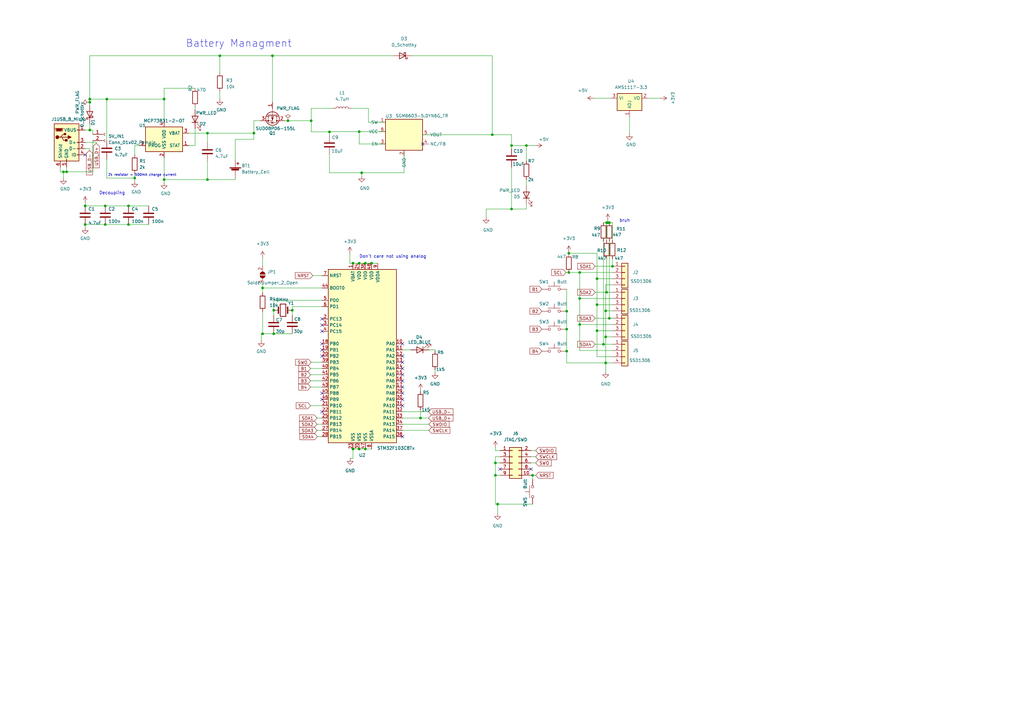
<source format=kicad_sch>
(kicad_sch (version 20210621) (generator eeschema)
  (paper "A3")
  (lib_symbols
    (symbol "Battery_Management:MCP73831-2-OT" (pin_names (offset 1.016))
      (property "Reference" "U" (at -7.62 6.35 0))
      (property "Value" "MCP73831-2-OT" (at 1.27 6.35 0))
      (symbol "MCP73831-2-OT_1_1"
        (pin output line (at 10.16 -2.54 180) (length 2.54) (name "STAT") (number "1"))
        (pin power_in line (at 0 -7.62 90) (length 2.54) (name "VSS") (number "2"))
        (pin power_out line (at 10.16 2.54 180) (length 2.54) (name "VBAT") (number "3"))
        (pin power_in line (at 0 7.62 270) (length 2.54) (name "VDD") (number "4"))
        (pin input line (at -10.16 -2.54 0) (length 2.54) (name "PROG") (number "5"))
      )
    )
    (symbol "Connector:Conn_01x02_Female" (pin_names (offset 1.016) hide)
      (property "Reference" "J" (at 0 2.54 0))
      (property "Value" "Conn_01x02_Female" (at 0 -5.08 0))
      (symbol "Conn_01x02_Female_1_1"
        (pin passive line (at -5.08 0 0) (length 3.81) (name "Pin_1") (number "1"))
        (pin passive line (at -5.08 -2.54 0) (length 3.81) (name "Pin_2") (number "2"))
      )
    )
    (symbol "Connector:USB_B_Micro" (pin_names (offset 1.016))
      (property "Reference" "J" (at -5.08 11.43 0))
      (property "Value" "USB_B_Micro" (at -5.08 8.89 0))
      (symbol "USB_B_Micro_1_1"
        (pin power_out line (at 7.62 5.08 180) (length 2.54) (name "VBUS") (number "1"))
        (pin bidirectional line (at 7.62 -2.54 180) (length 2.54) (name "D-") (number "2"))
        (pin bidirectional line (at 7.62 0 180) (length 2.54) (name "D+") (number "3"))
        (pin passive line (at 7.62 -5.08 180) (length 2.54) (name "ID") (number "4"))
        (pin power_out line (at 0 -10.16 90) (length 2.54) (name "GND") (number "5"))
        (pin passive line (at -2.54 -10.16 90) (length 2.54) (name "Shield") (number "6"))
      )
    )
    (symbol "Connector_Generic:Conn_01x04" (pin_names (offset 1.016) hide)
      (property "Reference" "J?" (at 3.175 0.0001 0))
      (property "Value" "SSD1306" (at 1.27 -6.35 0))
      (symbol "Conn_01x04_1_1"
        (pin input line (at -5.08 2.54 0) (length 3.81) (name "SDA") (number "1"))
        (pin input line (at -5.08 0 0) (length 3.81) (name "SCL") (number "2"))
        (pin input line (at -5.08 -2.54 0) (length 3.81) (name "VCC") (number "3"))
        (pin output line (at -5.08 -5.08 0) (length 3.81) (name "GND") (number "4"))
      )
    )
    (symbol "Connector_Generic:Conn_02x05_Odd_Even" (pin_names (offset 1.016) hide)
      (property "Reference" "J" (at 1.27 7.62 0))
      (property "Value" "Conn_02x05_Odd_Even" (at 1.27 -7.62 0))
      (symbol "Conn_02x05_Odd_Even_1_1"
        (pin passive line (at -5.08 5.08 0) (length 3.81) (name "Pin_1") (number "1"))
        (pin passive line (at 7.62 -5.08 180) (length 3.81) (name "Pin_10") (number "10"))
        (pin passive line (at 7.62 5.08 180) (length 3.81) (name "Pin_2") (number "2"))
        (pin passive line (at -5.08 2.54 0) (length 3.81) (name "Pin_3") (number "3"))
        (pin passive line (at 7.62 2.54 180) (length 3.81) (name "Pin_4") (number "4"))
        (pin passive line (at -5.08 0 0) (length 3.81) (name "Pin_5") (number "5"))
        (pin passive line (at 7.62 0 180) (length 3.81) (name "Pin_6") (number "6"))
        (pin passive line (at -5.08 -2.54 0) (length 3.81) (name "Pin_7") (number "7"))
        (pin passive line (at 7.62 -2.54 180) (length 3.81) (name "Pin_8") (number "8"))
        (pin passive line (at -5.08 -5.08 0) (length 3.81) (name "Pin_9") (number "9"))
      )
    )
    (symbol "Device:Battery_Cell" (pin_numbers hide) (pin_names (offset 0) hide)
      (property "Reference" "BT" (at 2.54 2.54 0))
      (property "Value" "Battery_Cell" (at 2.54 0 0))
      (symbol "Battery_Cell_1_1"
        (pin power_in line (at 0 5.08 270) (length 2.54) (name "+") (number "1"))
        (pin passive line (at 0 -2.54 90) (length 2.54) (name "-") (number "2"))
      )
    )
    (symbol "Device:C" (pin_numbers hide) (pin_names (offset 0.254))
      (property "Reference" "C" (at 0.635 2.54 0))
      (property "Value" "C" (at 0.635 -2.54 0))
      (symbol "C_1_1"
        (pin passive line (at 0 3.81 270) (length 2.794) (name "~") (number "1"))
        (pin passive line (at 0 -3.81 90) (length 2.794) (name "~") (number "2"))
      )
    )
    (symbol "Device:Crystal" (pin_numbers hide) (pin_names (offset 1.016) hide)
      (property "Reference" "Y" (at 0 3.81 0))
      (property "Value" "Crystal" (at 0 -3.81 0))
      (symbol "Crystal_1_1"
        (pin passive line (at -3.81 0 0) (length 1.27) (name "1") (number "1"))
        (pin passive line (at 3.81 0 180) (length 1.27) (name "2") (number "2"))
      )
    )
    (symbol "Device:D_Schottky" (pin_numbers hide) (pin_names (offset 1.016) hide)
      (property "Reference" "D" (at 0 2.54 0))
      (property "Value" "D_Schottky" (at 0 -2.54 0))
      (symbol "D_Schottky_1_1"
        (pin passive line (at -3.81 0 0) (length 2.54) (name "K") (number "1"))
        (pin passive line (at 3.81 0 180) (length 2.54) (name "A") (number "2"))
      )
    )
    (symbol "Device:L" (pin_numbers hide) (pin_names (offset 1.016) hide)
      (property "Reference" "L" (at -1.27 0 90))
      (property "Value" "L" (at 1.905 0 90))
      (symbol "L_1_1"
        (pin passive line (at 0 3.81 270) (length 1.27) (name "1") (number "1"))
        (pin passive line (at 0 -3.81 90) (length 1.27) (name "2") (number "2"))
      )
    )
    (symbol "Device:LED" (pin_numbers hide) (pin_names (offset 1.016) hide)
      (property "Reference" "D" (at 0 2.54 0))
      (property "Value" "LED" (at 0 -2.54 0))
      (symbol "LED_1_1"
        (pin passive line (at -3.81 0 0) (length 2.54) (name "K") (number "1"))
        (pin passive line (at 3.81 0 180) (length 2.54) (name "A") (number "2"))
      )
    )
    (symbol "Device:R" (pin_numbers hide) (pin_names (offset 0))
      (property "Reference" "R" (at 2.032 0 90))
      (property "Value" "R" (at 0 0 90))
      (symbol "R_1_1"
        (pin passive line (at 0 3.81 270) (length 1.27) (name "~") (number "1"))
        (pin passive line (at 0 -3.81 90) (length 1.27) (name "~") (number "2"))
      )
    )
    (symbol "Driver_FET:LTC4440ES6"
      (property "Reference" "U" (at -7.62 8.89 0))
      (property "Value" "SGM6603-5.0YN6G_TR" (at -1.27 8.89 0))
      (symbol "LTC4440ES6_1_1"
        (pin free line (at -7.62 6.35 180) (length 2.54) (name "SW") (number "1"))
        (pin free line (at 0 -5.08 270) (length 2.54) (name "GND") (number "2"))
        (pin input line (at -7.62 -2.54 180) (length 2.54) (name "EN") (number "3"))
        (pin free line (at 7.62 -2.54 0) (length 2.54) (name "NC/FB") (number "4"))
        (pin power_out line (at 7.62 1.27 0) (length 2.54) (name "VOUT") (number "5"))
        (pin power_in line (at -7.62 2.54 180) (length 2.54) (name "VCC") (number "6"))
      )
    )
    (symbol "Jumper:SolderJumper_2_Open" (pin_names (offset 0) hide)
      (property "Reference" "JP" (at 0 2.032 0))
      (property "Value" "SolderJumper_2_Open" (at 0 -2.54 0))
      (symbol "SolderJumper_2_Open_1_1"
        (pin passive line (at -3.81 0 0) (length 2.54) (name "A") (number "1"))
        (pin passive line (at 3.81 0 180) (length 2.54) (name "B") (number "2"))
      )
    )
    (symbol "MCU_ST_STM32F1:STM32F103C8Tx"
      (property "Reference" "U" (at -15.24 36.83 0))
      (property "Value" "STM32F103C8Tx" (at 7.62 36.83 0))
      (symbol "STM32F103C8Tx_1_1"
        (pin power_in line (at -5.08 38.1 270) (length 2.54) (name "VBAT") (number "1"))
        (pin bidirectional line (at 15.24 5.08 180) (length 2.54) (name "PA0") (number "10"))
        (pin bidirectional line (at 15.24 2.54 180) (length 2.54) (name "PA1") (number "11"))
        (pin bidirectional line (at 15.24 0 180) (length 2.54) (name "PA2") (number "12"))
        (pin bidirectional line (at 15.24 -2.54 180) (length 2.54) (name "PA3") (number "13"))
        (pin bidirectional line (at 15.24 -5.08 180) (length 2.54) (name "PA4") (number "14"))
        (pin bidirectional line (at 15.24 -7.62 180) (length 2.54) (name "PA5") (number "15"))
        (pin bidirectional line (at 15.24 -10.16 180) (length 2.54) (name "PA6") (number "16"))
        (pin bidirectional line (at 15.24 -12.7 180) (length 2.54) (name "PA7") (number "17"))
        (pin bidirectional line (at -17.78 5.08 0) (length 2.54) (name "PB0") (number "18"))
        (pin bidirectional line (at -17.78 2.54 0) (length 2.54) (name "PB1") (number "19"))
        (pin bidirectional line (at -17.78 15.24 0) (length 2.54) (name "PC13") (number "2"))
        (pin bidirectional line (at -17.78 0 0) (length 2.54) (name "PB2") (number "20"))
        (pin bidirectional line (at -17.78 -20.32 0) (length 2.54) (name "PB10") (number "21"))
        (pin bidirectional line (at -17.78 -22.86 0) (length 2.54) (name "PB11") (number "22"))
        (pin power_in line (at -5.08 -38.1 90) (length 2.54) (name "VSS") (number "23"))
        (pin power_in line (at -2.54 38.1 270) (length 2.54) (name "VDD") (number "24"))
        (pin bidirectional line (at -17.78 -25.4 0) (length 2.54) (name "PB12") (number "25"))
        (pin bidirectional line (at -17.78 -27.94 0) (length 2.54) (name "PB13") (number "26"))
        (pin bidirectional line (at -17.78 -30.48 0) (length 2.54) (name "PB14") (number "27"))
        (pin bidirectional line (at -17.78 -33.02 0) (length 2.54) (name "PB15") (number "28"))
        (pin bidirectional line (at 15.24 -15.24 180) (length 2.54) (name "PA8") (number "29"))
        (pin bidirectional line (at -17.78 12.7 0) (length 2.54) (name "PC14") (number "3"))
        (pin bidirectional line (at 15.24 -17.78 180) (length 2.54) (name "PA9") (number "30"))
        (pin bidirectional line (at 15.24 -20.32 180) (length 2.54) (name "PA10") (number "31"))
        (pin bidirectional line (at 15.24 -22.86 180) (length 2.54) (name "PA11") (number "32"))
        (pin bidirectional line (at 15.24 -25.4 180) (length 2.54) (name "PA12") (number "33"))
        (pin bidirectional line (at 15.24 -27.94 180) (length 2.54) (name "PA13") (number "34"))
        (pin power_in line (at -2.54 -38.1 90) (length 2.54) (name "VSS") (number "35"))
        (pin power_in line (at 0 38.1 270) (length 2.54) (name "VDD") (number "36"))
        (pin bidirectional line (at 15.24 -30.48 180) (length 2.54) (name "PA14") (number "37"))
        (pin bidirectional line (at 15.24 -33.02 180) (length 2.54) (name "PA15") (number "38"))
        (pin bidirectional line (at -17.78 -2.54 0) (length 2.54) (name "PB3") (number "39"))
        (pin bidirectional line (at -17.78 10.16 0) (length 2.54) (name "PC15") (number "4"))
        (pin bidirectional line (at -17.78 -5.08 0) (length 2.54) (name "PB4") (number "40"))
        (pin bidirectional line (at -17.78 -7.62 0) (length 2.54) (name "PB5") (number "41"))
        (pin bidirectional line (at -17.78 -10.16 0) (length 2.54) (name "PB6") (number "42"))
        (pin bidirectional line (at -17.78 -12.7 0) (length 2.54) (name "PB7") (number "43"))
        (pin input line (at -17.78 27.94 0) (length 2.54) (name "BOOT0") (number "44"))
        (pin bidirectional line (at -17.78 -15.24 0) (length 2.54) (name "PB8") (number "45"))
        (pin bidirectional line (at -17.78 -17.78 0) (length 2.54) (name "PB9") (number "46"))
        (pin power_in line (at 0 -38.1 90) (length 2.54) (name "VSS") (number "47"))
        (pin power_in line (at 2.54 38.1 270) (length 2.54) (name "VDD") (number "48"))
        (pin input line (at -17.78 22.86 0) (length 2.54) (name "PD0") (number "5"))
        (pin input line (at -17.78 20.32 0) (length 2.54) (name "PD1") (number "6"))
        (pin input line (at -17.78 33.02 0) (length 2.54) (name "NRST") (number "7"))
        (pin power_in line (at 2.54 -38.1 90) (length 2.54) (name "VSSA") (number "8"))
        (pin power_in line (at 5.08 38.1 270) (length 2.54) (name "VDDA") (number "9"))
      )
    )
    (symbol "Regulator_Linear:AMS1117" (pin_names (offset 0.762))
      (property "Reference" "U" (at -3.81 3.175 0))
      (property "Value" "AMS1117" (at 0 3.175 0))
      (symbol "AMS1117_1_1"
        (pin input line (at 0 -7.62 90) (length 2.54) (name "ADJ") (number "1"))
        (pin power_out line (at 7.62 0 180) (length 2.54) (name "VO") (number "2"))
        (pin power_in line (at -7.62 0 0) (length 2.54) (name "VI") (number "3"))
      )
    )
    (symbol "Switch:SW_Push" (pin_numbers hide) (pin_names (offset 1.016) hide)
      (property "Reference" "SW" (at 1.27 2.54 0))
      (property "Value" "SW_Push" (at 0 -1.524 0))
      (symbol "SW_Push_0_1"
        (pin passive line (at -5.08 0 0) (length 2.54) (name "1") (number "1"))
        (pin passive line (at 5.08 0 180) (length 2.54) (name "2") (number "2"))
      )
    )
    (symbol "Transistor_FET:SUD08P06-155L" (pin_names hide)
      (property "Reference" "Q" (at 4.953 1.905 0))
      (property "Value" "SUD08P06-155L" (at 4.953 0 0))
      (symbol "SUD08P06-155L_1_1"
        (pin input line (at -5.08 0 0) (length 2.54) (name "G") (number "1"))
        (pin passive line (at 2.54 5.08 270) (length 2.54) (name "D") (number "2"))
        (pin passive line (at 2.54 -5.08 90) (length 2.54) (name "S") (number "3"))
      )
    )
    (symbol "power:+3.3V" (power) (pin_names (offset 0))
      (property "Value" "+3.3V" (at 0 3.556 0))
      (symbol "+3.3V_1_1"
        (pin power_in line (at 0 0 90) (length 0) hide (name "+3V3") (number "1"))
      )
    )
    (symbol "power:+3V3" (power) (pin_names (offset 0))
      (property "Value" "+3V3" (at 0 3.556 0))
      (symbol "+3V3_1_1"
        (pin power_in line (at 0 0 90) (length 0) hide (name "+3V3") (number "1"))
      )
    )
    (symbol "power:+5V" (power) (pin_names (offset 0))
      (property "Value" "+5V" (at 0 3.556 0))
      (symbol "+5V_1_1"
        (pin power_in line (at 0 0 90) (length 0) hide (name "+5V") (number "1"))
      )
    )
    (symbol "power:GND" (power) (pin_names (offset 0))
      (property "Value" "GND" (at 0 -3.81 0))
      (symbol "GND_1_1"
        (pin power_in line (at 0 0 270) (length 0) hide (name "GND") (number "1"))
      )
    )
    (symbol "power:PWR_FLAG" (power) (pin_numbers hide) (pin_names (offset 0) hide)
      (property "Value" "PWR_FLAG" (at 0 3.81 0))
      (symbol "PWR_FLAG_0_0"
        (pin power_out line (at 0 0 90) (length 0) (name "pwr") (number "1"))
      )
    )
  )
  (junction (at 26.035 70.485))
  (junction (at 27.305 70.485) (diameter 0.9144))
  (junction (at 34.925 84.455))
  (junction (at 34.925 92.075))
  (junction (at 36.83 40.64) (diameter 0.9144))
  (junction (at 36.83 41.91) (diameter 0.9144))
  (junction (at 36.83 53.34) (diameter 0.9144))
  (junction (at 43.18 84.455))
  (junction (at 43.18 92.075))
  (junction (at 43.815 40.64) (diameter 0.9144))
  (junction (at 52.705 84.455))
  (junction (at 52.705 92.075))
  (junction (at 55.245 73.025) (diameter 0.9144))
  (junction (at 67.31 40.64) (diameter 0.9144))
  (junction (at 67.31 73.66) (diameter 0.9144))
  (junction (at 85.09 54.61) (diameter 0.9144))
  (junction (at 85.09 73.66) (diameter 0.9144))
  (junction (at 90.17 22.86) (diameter 0.9144))
  (junction (at 104.14 54.61))
  (junction (at 107.696 118.11))
  (junction (at 107.696 136.906))
  (junction (at 111.76 22.86) (diameter 0.9144))
  (junction (at 112.268 127.254))
  (junction (at 112.268 136.906))
  (junction (at 118.11 49.53) (diameter 0.9144))
  (junction (at 119.888 127.254))
  (junction (at 127.635 49.53) (diameter 0.9144))
  (junction (at 135.128 54.102) (diameter 0.9144))
  (junction (at 144.78 107.95))
  (junction (at 144.78 184.15))
  (junction (at 147.32 53.975) (diameter 0.9144))
  (junction (at 147.32 107.95))
  (junction (at 147.32 184.15))
  (junction (at 148.336 70.866) (diameter 0.9144))
  (junction (at 149.86 107.95))
  (junction (at 149.86 184.15))
  (junction (at 152.4 107.95))
  (junction (at 172.466 171.45))
  (junction (at 201.93 55.245) (diameter 0.9144))
  (junction (at 203.2 189.865))
  (junction (at 203.2 194.945))
  (junction (at 204.089 206.756))
  (junction (at 209.804 59.69) (diameter 0.9144))
  (junction (at 209.804 85.725) (diameter 0.9144))
  (junction (at 215.9 59.69) (diameter 0.9144))
  (junction (at 218.44 194.945))
  (junction (at 232.41 127.635))
  (junction (at 232.41 135.001))
  (junction (at 232.41 144.018))
  (junction (at 233.299 103.886))
  (junction (at 233.299 111.76))
  (junction (at 237.744 111.76))
  (junction (at 237.744 122.428))
  (junction (at 237.744 133.096))
  (junction (at 244.856 114.3))
  (junction (at 244.856 124.968))
  (junction (at 244.856 135.636))
  (junction (at 247.523 141.224))
  (junction (at 248.412 127.508))
  (junction (at 248.412 138.176))
  (junction (at 248.412 148.844))
  (junction (at 248.793 91.313))
  (junction (at 248.793 119.888))
  (junction (at 249.301 91.313))
  (junction (at 249.936 91.313))
  (junction (at 249.936 130.556))
  (junction (at 251.206 109.22))
  (no_connect (at 34.925 63.5))
  (no_connect (at 132.08 130.81))
  (no_connect (at 132.08 133.35))
  (no_connect (at 132.08 135.89))
  (no_connect (at 132.08 140.97))
  (no_connect (at 132.08 143.51))
  (no_connect (at 132.08 146.05))
  (no_connect (at 132.08 161.29))
  (no_connect (at 132.08 163.83))
  (no_connect (at 132.08 168.91))
  (no_connect (at 165.1 140.97))
  (no_connect (at 165.1 146.05))
  (no_connect (at 165.1 148.59))
  (no_connect (at 165.1 151.13))
  (no_connect (at 165.1 153.67))
  (no_connect (at 165.1 156.21))
  (no_connect (at 165.1 158.75))
  (no_connect (at 165.1 161.29))
  (no_connect (at 165.1 163.83))
  (no_connect (at 165.1 166.37))
  (no_connect (at 165.1 179.07))
  (no_connect (at 173.355 59.055))
  (no_connect (at 205.105 192.405))
  (no_connect (at 217.805 192.405))
  (wire (pts (xy 24.765 70.485) (xy 24.765 68.58)))
  (wire (pts (xy 26.035 70.485) (xy 24.765 70.485)))
  (wire (pts (xy 26.035 70.485) (xy 26.035 73.025)))
  (wire (pts (xy 26.035 70.485) (xy 27.305 70.485)))
  (wire (pts (xy 27.305 68.58) (xy 27.305 70.485)))
  (wire (pts (xy 27.305 70.485) (xy 38.1 70.485)))
  (wire (pts (xy 34.925 53.34) (xy 36.83 53.34)))
  (wire (pts (xy 34.925 58.42) (xy 39.497 58.42)))
  (wire (pts (xy 34.925 60.96) (xy 36.703 60.96)))
  (wire (pts (xy 34.925 83.185) (xy 34.925 84.455)))
  (wire (pts (xy 34.925 84.455) (xy 43.18 84.455)))
  (wire (pts (xy 34.925 92.075) (xy 34.925 93.345)))
  (wire (pts (xy 34.925 92.075) (xy 43.18 92.075)))
  (wire (pts (xy 36.703 60.96) (xy 36.703 61.722)))
  (wire (pts (xy 36.83 22.86) (xy 36.83 40.64)))
  (wire (pts (xy 36.83 22.86) (xy 90.17 22.86)))
  (wire (pts (xy 36.83 40.64) (xy 36.83 41.91)))
  (wire (pts (xy 36.83 41.91) (xy 36.83 43.18)))
  (wire (pts (xy 36.83 50.8) (xy 36.83 53.34)))
  (wire (pts (xy 36.83 53.34) (xy 38.1 53.34)))
  (wire (pts (xy 38.1 53.34) (xy 38.1 55.118)))
  (wire (pts (xy 38.1 57.658) (xy 38.1 70.485)))
  (wire (pts (xy 39.497 58.42) (xy 39.497 58.801)))
  (wire (pts (xy 43.18 84.455) (xy 52.705 84.455)))
  (wire (pts (xy 43.18 92.075) (xy 52.705 92.075)))
  (wire (pts (xy 43.815 40.64) (xy 36.83 40.64)))
  (wire (pts (xy 43.815 40.64) (xy 43.815 57.785)))
  (wire (pts (xy 43.815 65.405) (xy 43.815 73.025)))
  (wire (pts (xy 43.815 73.025) (xy 55.245 73.025)))
  (wire (pts (xy 52.705 84.455) (xy 60.96 84.455)))
  (wire (pts (xy 52.705 92.075) (xy 60.96 92.075)))
  (wire (pts (xy 55.245 59.69) (xy 55.245 63.5)))
  (wire (pts (xy 55.245 71.12) (xy 55.245 73.025)))
  (wire (pts (xy 55.245 73.025) (xy 55.245 74.295)))
  (wire (pts (xy 57.15 59.69) (xy 55.245 59.69)))
  (wire (pts (xy 67.31 36.195) (xy 67.31 40.64)))
  (wire (pts (xy 67.31 40.64) (xy 43.815 40.64)))
  (wire (pts (xy 67.31 40.64) (xy 67.31 49.53)))
  (wire (pts (xy 67.31 64.77) (xy 67.31 73.66)))
  (wire (pts (xy 67.31 73.66) (xy 67.31 74.93)))
  (wire (pts (xy 67.31 73.66) (xy 85.09 73.66)))
  (wire (pts (xy 77.47 54.61) (xy 85.09 54.61)))
  (wire (pts (xy 77.47 59.69) (xy 80.01 59.69)))
  (wire (pts (xy 80.01 36.195) (xy 67.31 36.195)))
  (wire (pts (xy 80.01 43.815) (xy 80.01 45.085)))
  (wire (pts (xy 80.01 52.705) (xy 80.01 59.69)))
  (wire (pts (xy 85.09 54.61) (xy 85.09 58.42)))
  (wire (pts (xy 85.09 54.61) (xy 104.14 54.61)))
  (wire (pts (xy 85.09 66.04) (xy 85.09 73.66)))
  (wire (pts (xy 85.09 73.66) (xy 96.52 73.66)))
  (wire (pts (xy 90.17 22.86) (xy 90.17 29.845)))
  (wire (pts (xy 90.17 22.86) (xy 111.76 22.86)))
  (wire (pts (xy 90.17 37.465) (xy 90.17 40.64)))
  (wire (pts (xy 96.52 57.15) (xy 96.52 65.405)))
  (wire (pts (xy 96.52 57.15) (xy 104.14 57.15)))
  (wire (pts (xy 96.52 73.025) (xy 96.52 73.66)))
  (wire (pts (xy 104.14 49.53) (xy 104.14 54.61)))
  (wire (pts (xy 104.14 49.53) (xy 106.68 49.53)))
  (wire (pts (xy 104.14 54.61) (xy 104.14 57.15)))
  (wire (pts (xy 107.188 136.906) (xy 107.188 139.7)))
  (wire (pts (xy 107.696 105.664) (xy 107.696 108.966)))
  (wire (pts (xy 107.696 116.586) (xy 107.696 118.11)))
  (wire (pts (xy 107.696 118.11) (xy 107.696 120.142)))
  (wire (pts (xy 107.696 118.11) (xy 132.08 118.11)))
  (wire (pts (xy 107.696 127.762) (xy 107.696 136.906)))
  (wire (pts (xy 107.696 136.906) (xy 107.188 136.906)))
  (wire (pts (xy 111.76 22.86) (xy 111.76 41.91)))
  (wire (pts (xy 111.76 22.86) (xy 161.29 22.86)))
  (wire (pts (xy 112.268 123.19) (xy 132.08 123.19)))
  (wire (pts (xy 112.268 127.254) (xy 112.268 123.19)))
  (wire (pts (xy 112.268 127.254) (xy 112.268 129.286)))
  (wire (pts (xy 112.268 136.906) (xy 107.696 136.906)))
  (wire (pts (xy 112.268 136.906) (xy 119.888 136.906)))
  (wire (pts (xy 116.84 49.53) (xy 118.11 49.53)))
  (wire (pts (xy 118.11 49.53) (xy 127.635 49.53)))
  (wire (pts (xy 119.888 125.73) (xy 132.08 125.73)))
  (wire (pts (xy 119.888 127.254) (xy 119.888 125.73)))
  (wire (pts (xy 119.888 127.254) (xy 119.888 129.286)))
  (wire (pts (xy 127.381 153.67) (xy 132.08 153.67)))
  (wire (pts (xy 127.381 156.21) (xy 132.08 156.21)))
  (wire (pts (xy 127.381 158.75) (xy 132.08 158.75)))
  (wire (pts (xy 127.381 166.37) (xy 132.08 166.37)))
  (wire (pts (xy 127.4064 151.13) (xy 132.08 151.13)))
  (wire (pts (xy 127.635 44.45) (xy 136.525 44.45)))
  (wire (pts (xy 127.635 49.53) (xy 127.635 44.45)))
  (wire (pts (xy 127.635 49.53) (xy 127.635 54.102)))
  (wire (pts (xy 127.635 148.59) (xy 132.08 148.59)))
  (wire (pts (xy 128.27 113.03) (xy 132.08 113.03)))
  (wire (pts (xy 130.048 171.45) (xy 132.08 171.45)))
  (wire (pts (xy 130.048 173.99) (xy 132.08 173.99)))
  (wire (pts (xy 130.048 176.53) (xy 132.08 176.53)))
  (wire (pts (xy 130.175 179.07) (xy 132.08 179.07)))
  (wire (pts (xy 135.128 53.975) (xy 135.128 54.102)))
  (wire (pts (xy 135.128 53.975) (xy 147.32 53.975)))
  (wire (pts (xy 135.128 54.102) (xy 127.635 54.102)))
  (wire (pts (xy 135.128 54.102) (xy 135.128 55.626)))
  (wire (pts (xy 135.128 63.246) (xy 135.128 70.866)))
  (wire (pts (xy 135.128 70.866) (xy 148.336 70.866)))
  (wire (pts (xy 143.51 103.886) (xy 143.51 107.95)))
  (wire (pts (xy 143.51 107.95) (xy 144.78 107.95)))
  (wire (pts (xy 144.145 44.45) (xy 151.13 44.45)))
  (wire (pts (xy 144.78 107.95) (xy 147.32 107.95)))
  (wire (pts (xy 144.78 184.15) (xy 144.78 187.96)))
  (wire (pts (xy 144.78 184.15) (xy 147.32 184.15)))
  (wire (pts (xy 144.78 187.96) (xy 143.6116 187.96)))
  (wire (pts (xy 147.32 59.055) (xy 147.32 53.975)))
  (wire (pts (xy 147.32 59.055) (xy 158.115 59.055)))
  (wire (pts (xy 147.32 107.95) (xy 149.86 107.95)))
  (wire (pts (xy 147.32 184.15) (xy 149.86 184.15)))
  (wire (pts (xy 148.336 70.866) (xy 148.336 72.136)))
  (wire (pts (xy 149.86 107.95) (xy 152.4 107.95)))
  (wire (pts (xy 149.86 184.15) (xy 152.4 184.15)))
  (wire (pts (xy 151.13 44.45) (xy 151.13 50.165)))
  (wire (pts (xy 151.13 50.165) (xy 158.115 50.165)))
  (wire (pts (xy 152.4 107.95) (xy 154.94 107.95)))
  (wire (pts (xy 158.115 53.975) (xy 147.32 53.975)))
  (wire (pts (xy 165.1 143.51) (xy 168.402 143.51)))
  (wire (pts (xy 165.1 168.91) (xy 175.768 168.91)))
  (wire (pts (xy 165.1 171.45) (xy 172.466 171.45)))
  (wire (pts (xy 165.1 173.99) (xy 175.895 173.99)))
  (wire (pts (xy 165.1 176.53) (xy 175.895 176.53)))
  (wire (pts (xy 165.735 61.595) (xy 165.735 70.866)))
  (wire (pts (xy 165.735 70.866) (xy 148.336 70.866)))
  (wire (pts (xy 168.91 22.86) (xy 201.93 22.86)))
  (wire (pts (xy 172.466 160.02) (xy 172.466 160.528)))
  (wire (pts (xy 172.466 168.148) (xy 172.466 171.45)))
  (wire (pts (xy 172.466 171.45) (xy 175.768 171.45)))
  (wire (pts (xy 173.355 55.245) (xy 201.93 55.245)))
  (wire (pts (xy 176.022 143.51) (xy 178.435 143.51)))
  (wire (pts (xy 178.435 143.51) (xy 178.435 144.018)))
  (wire (pts (xy 178.435 151.638) (xy 178.435 152.781)))
  (wire (pts (xy 199.39 85.725) (xy 209.804 85.725)))
  (wire (pts (xy 199.39 89.027) (xy 199.39 85.725)))
  (wire (pts (xy 201.93 22.86) (xy 201.93 55.245)))
  (wire (pts (xy 201.93 55.245) (xy 209.804 55.245)))
  (wire (pts (xy 203.2 184.785) (xy 203.2 183.515)))
  (wire (pts (xy 203.2 187.325) (xy 203.2 189.865)))
  (wire (pts (xy 203.2 189.865) (xy 203.2 194.945)))
  (wire (pts (xy 203.2 194.945) (xy 203.2 206.756)))
  (wire (pts (xy 203.2 206.756) (xy 204.089 206.756)))
  (wire (pts (xy 204.089 206.756) (xy 204.089 210.566)))
  (wire (pts (xy 204.089 206.756) (xy 218.44 206.756)))
  (wire (pts (xy 205.105 184.785) (xy 203.2 184.785)))
  (wire (pts (xy 205.105 187.325) (xy 203.2 187.325)))
  (wire (pts (xy 205.105 189.865) (xy 203.2 189.865)))
  (wire (pts (xy 205.105 194.945) (xy 203.2 194.945)))
  (wire (pts (xy 209.804 55.245) (xy 209.804 59.69)))
  (wire (pts (xy 209.804 59.69) (xy 209.804 60.96)))
  (wire (pts (xy 209.804 68.58) (xy 209.804 85.725)))
  (wire (pts (xy 209.804 85.725) (xy 215.9 85.725)))
  (wire (pts (xy 215.9 59.69) (xy 209.804 59.69)))
  (wire (pts (xy 215.9 59.69) (xy 215.9 66.04)))
  (wire (pts (xy 215.9 59.69) (xy 219.71 59.69)))
  (wire (pts (xy 215.9 73.66) (xy 215.9 76.2)))
  (wire (pts (xy 215.9 83.82) (xy 215.9 85.725)))
  (wire (pts (xy 217.805 184.785) (xy 219.71 184.785)))
  (wire (pts (xy 217.805 187.325) (xy 219.71 187.325)))
  (wire (pts (xy 217.805 189.865) (xy 219.71 189.865)))
  (wire (pts (xy 217.805 194.945) (xy 218.44 194.945)))
  (wire (pts (xy 218.44 194.945) (xy 219.71 194.945)))
  (wire (pts (xy 218.44 196.596) (xy 218.44 194.945)))
  (wire (pts (xy 232.156 111.76) (xy 233.299 111.76)))
  (wire (pts (xy 232.41 118.618) (xy 232.41 127.635)))
  (wire (pts (xy 232.41 127.635) (xy 232.41 135.001)))
  (wire (pts (xy 232.41 135.001) (xy 232.41 144.018)))
  (wire (pts (xy 232.41 144.018) (xy 232.41 148.844)))
  (wire (pts (xy 233.299 103.378) (xy 233.299 103.886)))
  (wire (pts (xy 233.299 103.886) (xy 233.299 104.14)))
  (wire (pts (xy 233.299 103.886) (xy 244.856 103.886)))
  (wire (pts (xy 233.299 111.76) (xy 237.744 111.76)))
  (wire (pts (xy 237.744 111.76) (xy 237.744 122.428)))
  (wire (pts (xy 237.744 111.76) (xy 251.206 111.76)))
  (wire (pts (xy 237.744 122.428) (xy 237.744 133.096)))
  (wire (pts (xy 237.744 133.096) (xy 237.744 143.764)))
  (wire (pts (xy 243.586 40.259) (xy 250.571 40.259)))
  (wire (pts (xy 244.094 109.22) (xy 251.206 109.22)))
  (wire (pts (xy 244.094 119.888) (xy 248.793 119.888)))
  (wire (pts (xy 244.094 130.556) (xy 249.936 130.556)))
  (wire (pts (xy 244.094 141.224) (xy 247.523 141.224)))
  (wire (pts (xy 244.856 103.886) (xy 244.856 114.3)))
  (wire (pts (xy 244.856 114.3) (xy 244.856 124.968)))
  (wire (pts (xy 244.856 124.968) (xy 244.856 135.636)))
  (wire (pts (xy 244.856 135.636) (xy 244.856 146.304)))
  (wire (pts (xy 247.523 98.933) (xy 247.523 141.224)))
  (wire (pts (xy 247.523 141.224) (xy 251.206 141.224)))
  (wire (pts (xy 248.412 116.84) (xy 248.412 127.508)))
  (wire (pts (xy 248.412 127.508) (xy 248.412 138.176)))
  (wire (pts (xy 248.412 138.176) (xy 248.412 148.844)))
  (wire (pts (xy 248.412 148.844) (xy 232.41 148.844)))
  (wire (pts (xy 248.412 148.844) (xy 248.412 152.4)))
  (wire (pts (xy 248.412 148.844) (xy 251.206 148.844)))
  (wire (pts (xy 248.793 91.313) (xy 247.523 91.313)))
  (wire (pts (xy 248.793 91.313) (xy 249.301 91.313)))
  (wire (pts (xy 248.793 98.552) (xy 248.793 91.313)))
  (wire (pts (xy 248.793 106.172) (xy 248.793 119.888)))
  (wire (pts (xy 248.793 119.888) (xy 251.206 119.888)))
  (wire (pts (xy 249.301 90.297) (xy 249.301 91.313)))
  (wire (pts (xy 249.301 91.313) (xy 249.936 91.313)))
  (wire (pts (xy 249.936 91.313) (xy 251.206 91.313)))
  (wire (pts (xy 249.936 98.933) (xy 249.936 130.556)))
  (wire (pts (xy 249.936 130.556) (xy 251.206 130.556)))
  (wire (pts (xy 251.206 98.552) (xy 251.206 91.313)))
  (wire (pts (xy 251.206 106.172) (xy 251.206 109.22)))
  (wire (pts (xy 251.206 114.3) (xy 244.856 114.3)))
  (wire (pts (xy 251.206 116.84) (xy 248.412 116.84)))
  (wire (pts (xy 251.206 122.428) (xy 237.744 122.428)))
  (wire (pts (xy 251.206 124.968) (xy 244.856 124.968)))
  (wire (pts (xy 251.206 127.508) (xy 248.412 127.508)))
  (wire (pts (xy 251.206 133.096) (xy 237.744 133.096)))
  (wire (pts (xy 251.206 135.636) (xy 244.856 135.636)))
  (wire (pts (xy 251.206 138.176) (xy 248.412 138.176)))
  (wire (pts (xy 251.206 143.764) (xy 237.744 143.764)))
  (wire (pts (xy 251.206 146.304) (xy 244.856 146.304)))
  (wire (pts (xy 258.191 47.879) (xy 258.191 54.864)))
  (wire (pts (xy 265.811 40.259) (xy 270.891 40.259)))
  (text "Decoupling\n" (at 40.64 80.01 0) (effects (font (size 1.27 1.27)) (justify left bottom)))
  (text "2k resistor = 500mA charge current\n\n" (at 72.39 74.041 180) (effects (font (size 1 1)) (justify right bottom)))
  (text "Battery Managment " (at 122.047 19.685 180) (effects (font (size 3 3)) (justify right bottom)))
  (text "Don't care not using analog" (at 147.32 106.045 0) (effects (font (size 1.27 1.27)) (justify left bottom)))
  (text "bruh" (at 254 91.313 0) (effects (font (size 1.27 1.27)) (justify left bottom)))
  (global_label "USB_D-" (shape input) (at 36.703 61.722 270) (property "Intersheet References" "${INTERSHEET_REFS}" (effects hide)))
  (global_label "USB_D+" (shape input) (at 39.497 58.801 270) (property "Intersheet References" "${INTERSHEET_REFS}" (effects hide)))
  (global_label "B2" (shape input) (at 127.381 153.67 180) (property "Intersheet References" "${INTERSHEET_REFS}" (effects hide)))
  (global_label "B3" (shape input) (at 127.381 156.21 180) (property "Intersheet References" "${INTERSHEET_REFS}" (effects hide)))
  (global_label "B4" (shape input) (at 127.381 158.75 180) (property "Intersheet References" "${INTERSHEET_REFS}" (effects hide)))
  (global_label "SCL" (shape input) (at 127.381 166.37 180) (property "Intersheet References" "${INTERSHEET_REFS}" (effects hide)))
  (global_label "B1" (shape input) (at 127.4064 151.13 180) (property "Intersheet References" "${INTERSHEET_REFS}" (effects hide)))
  (global_label "SWO" (shape input) (at 127.635 148.59 180) (property "Intersheet References" "${INTERSHEET_REFS}" (effects hide)))
  (global_label "NRST" (shape input) (at 128.27 113.03 180) (property "Intersheet References" "${INTERSHEET_REFS}" (effects hide)))
  (global_label "SDA1" (shape input) (at 130.048 171.45 180) (property "Intersheet References" "${INTERSHEET_REFS}" (effects hide)))
  (global_label "SDA2" (shape input) (at 130.048 173.99 180) (property "Intersheet References" "${INTERSHEET_REFS}" (effects hide)))
  (global_label "SDA3" (shape input) (at 130.048 176.53 180) (property "Intersheet References" "${INTERSHEET_REFS}" (effects hide)))
  (global_label "SDA4" (shape input) (at 130.175 179.07 180) (property "Intersheet References" "${INTERSHEET_REFS}" (effects hide)))
  (global_label "USB_D-" (shape input) (at 175.768 168.91 0) (property "Intersheet References" "${INTERSHEET_REFS}" (effects hide)))
  (global_label "USB_D+" (shape input) (at 175.768 171.45 0) (property "Intersheet References" "${INTERSHEET_REFS}" (effects hide)))
  (global_label "SWDIO" (shape input) (at 175.895 173.99 0) (property "Intersheet References" "${INTERSHEET_REFS}" (effects hide)))
  (global_label "SWCLK" (shape input) (at 175.895 176.53 0) (property "Intersheet References" "${INTERSHEET_REFS}" (effects hide)))
  (global_label "SWDIO" (shape input) (at 219.71 184.785 0) (property "Intersheet References" "${INTERSHEET_REFS}" (effects hide)))
  (global_label "SWCLK" (shape input) (at 219.71 187.325 0) (property "Intersheet References" "${INTERSHEET_REFS}" (effects hide)))
  (global_label "SWO" (shape input) (at 219.71 189.865 0) (property "Intersheet References" "${INTERSHEET_REFS}" (effects hide)))
  (global_label "NRST" (shape input) (at 219.71 194.945 0) (property "Intersheet References" "${INTERSHEET_REFS}" (effects hide)))
  (global_label "B1" (shape input) (at 222.25 118.618 180) (property "Intersheet References" "${INTERSHEET_REFS}" (effects hide)))
  (global_label "B2" (shape input) (at 222.25 127.635 180) (property "Intersheet References" "${INTERSHEET_REFS}" (effects hide)))
  (global_label "B3" (shape input) (at 222.25 135.001 180) (property "Intersheet References" "${INTERSHEET_REFS}" (effects hide)))
  (global_label "B4" (shape input) (at 222.25 144.018 180) (property "Intersheet References" "${INTERSHEET_REFS}" (effects hide)))
  (global_label "SCL" (shape input) (at 232.156 111.76 180) (property "Intersheet References" "${INTERSHEET_REFS}" (effects hide)))
  (global_label "SDA1" (shape input) (at 244.094 109.22 180) (property "Intersheet References" "${INTERSHEET_REFS}" (effects hide)))
  (global_label "SDA2" (shape input) (at 244.094 119.888 180) (property "Intersheet References" "${INTERSHEET_REFS}" (effects hide)))
  (global_label "SDA3" (shape input) (at 244.094 130.556 180) (property "Intersheet References" "${INTERSHEET_REFS}" (effects hide)))
  (global_label "SDA4" (shape input) (at 244.094 141.224 180) (property "Intersheet References" "${INTERSHEET_REFS}" (effects hide)))
  (symbol (lib_id "power:+3.3V") (at 34.925 83.185 0) (unit 1)
    (property "Reference" "#PWR0104" (effects hide))
    (property "Value" "+3.3V" (at 34.925 77.47 0))
  )
  (symbol (lib_id "power:+3.3V") (at 107.696 105.664 0) (unit 1)
    (property "Reference" "#PWR0114" (effects hide))
    (property "Value" "+3.3V" (at 107.696 99.949 0))
  )
  (symbol (lib_id "power:+3.3V") (at 143.51 103.886 0) (unit 1)
    (property "Reference" "#PWR0111" (effects hide))
    (property "Value" "+3.3V" (at 143.51 99.06 0))
  )
  (symbol (lib_id "power:+3.3V") (at 172.466 160.02 0) (unit 1)
    (property "Reference" "#PWR0113" (effects hide))
    (property "Value" "+3.3V" (at 172.466 154.94 0))
  )
  (symbol (lib_id "power:+3.3V") (at 203.2 183.515 0) (unit 1)
    (property "Reference" "#PWR0110" (effects hide))
    (property "Value" "+3.3V" (at 203.2 177.8 0))
  )
  (symbol (lib_id "power:+5V") (at 219.71 59.69 270) (unit 1)
    (property "Reference" "#PWR0107" (effects hide))
    (property "Value" "+5V" (at 220.98 57.15 90) (effects (justify left)))
  )
  (symbol (lib_id "power:+3.3V") (at 233.299 103.378 0) (unit 1)
    (property "Reference" "#PWR0121" (effects hide))
    (property "Value" "+3.3V" (at 233.299 97.79 0))
  )
  (symbol (lib_id "power:+5V") (at 243.586 40.259 90) (unit 1)
    (property "Reference" "#PWR0120" (effects hide))
    (property "Value" "+5V" (at 241.046 37.084 90) (effects (justify left)))
  )
  (symbol (lib_id "power:+3.3V") (at 249.301 90.297 0) (unit 1)
    (property "Reference" "#PWR0122" (effects hide))
    (property "Value" "+3.3V" (at 249.301 85.09 0))
  )
  (symbol (lib_id "power:+3V3") (at 270.891 40.259 270) (unit 1)
    (property "Reference" "#PWR0119" (effects hide))
    (property "Value" "+3V3" (at 275.971 40.259 0))
  )
  (symbol (lib_id "power:PWR_FLAG") (at 36.83 41.91 90) (unit 1)
    (property "Reference" "#FLG0101" (effects hide))
    (property "Value" "PWR_FLAG" (at 31.75 41.91 0))
  )
  (symbol (lib_id "power:PWR_FLAG") (at 118.11 49.53 0) (unit 1)
    (property "Reference" "#FLG0102" (effects hide))
    (property "Value" "PWR_FLAG" (at 118.11 44.45 0))
  )
  (symbol (lib_id "power:GND") (at 26.035 73.025 0) (unit 1)
    (property "Reference" "#PWR0101" (effects hide))
    (property "Value" "GND" (at 26.67 77.47 0))
  )
  (symbol (lib_id "power:GND") (at 34.925 93.345 0) (unit 1)
    (property "Reference" "#PWR0105" (effects hide))
    (property "Value" "GND" (at 34.925 97.79 0))
  )
  (symbol (lib_id "power:GND") (at 55.245 74.295 0) (unit 1)
    (property "Reference" "#PWR0102" (effects hide))
    (property "Value" "GND" (at 55.88 78.74 0))
  )
  (symbol (lib_id "power:GND") (at 67.31 74.93 0) (unit 1)
    (property "Reference" "#PWR0103" (effects hide))
    (property "Value" "GND" (at 67.945 79.375 0))
  )
  (symbol (lib_id "power:GND") (at 90.17 40.64 0) (unit 1)
    (property "Reference" "#PWR0109" (effects hide))
    (property "Value" "GND" (at 90.805 45.085 0))
  )
  (symbol (lib_id "power:GND") (at 107.188 139.7 0) (unit 1)
    (property "Reference" "#PWR0115" (effects hide))
    (property "Value" "GND" (at 107.188 144.145 0))
  )
  (symbol (lib_id "power:GND") (at 143.6116 187.96 0) (unit 1)
    (property "Reference" "#PWR0123" (effects hide))
    (property "Value" "GND" (at 143.6116 193.04 0))
  )
  (symbol (lib_id "power:GND") (at 148.336 72.136 0) (unit 1)
    (property "Reference" "#PWR0106" (effects hide))
    (property "Value" "GND" (at 149.606 77.216 0))
  )
  (symbol (lib_id "power:GND") (at 178.435 152.781 0) (unit 1)
    (property "Reference" "#PWR0112" (effects hide))
    (property "Value" "GND" (at 178.435 157.48 0))
  )
  (symbol (lib_id "power:GND") (at 199.39 89.027 0) (unit 1)
    (property "Reference" "#PWR0108" (effects hide))
    (property "Value" "GND" (at 200.152 94.361 0))
  )
  (symbol (lib_id "power:GND") (at 204.089 210.566 0) (unit 1)
    (property "Reference" "#PWR0124" (effects hide))
    (property "Value" "GND" (at 204.089 215.646 0))
  )
  (symbol (lib_id "power:GND") (at 248.412 152.4 0) (unit 1)
    (property "Reference" "#PWR0116" (effects hide))
    (property "Value" "GND" (at 248.412 157.48 0))
  )
  (symbol (lib_id "power:GND") (at 258.191 54.864 0) (unit 1)
    (property "Reference" "#PWR0118" (effects hide))
    (property "Value" "GND" (at 258.826 59.309 0))
  )
  (symbol (lib_id "Device:L") (at 140.335 44.45 90) (unit 1)
    (property "Reference" "L1" (at 140.335 38.1 90))
    (property "Value" "4.7uH" (at 140.335 40.64 90))
    (property "Footprint" "Capacitor_SMD:C_0805_2012Metric" (effects hide))
    (property "LCSC" "C479902 " (effects hide))
    (property "Mouser" "SCMI201209U4R7KT" (effects hide))
  )
  (symbol (lib_id "Jumper:SolderJumper_2_Open") (at 107.696 112.776 90) (unit 1)
    (property "Reference" "JP1" (at 109.601 111.5059 90) (effects (justify right)))
    (property "Value" "SolderJumper_2_Open" (at 101.346 115.9509 90) (effects (justify right)))
    (property "Footprint" "Jumper:SolderJumper-2_P1.3mm_Open_Pad1.0x1.5mm" (effects hide))
  )
  (symbol (lib_id "Device:R") (at 55.245 67.31 0) (unit 1)
    (property "Reference" "R1" (at 57.15 66.04 0) (effects (justify left)))
    (property "Value" "2k" (at 57.15 68.58 0) (effects (justify left)))
    (property "Footprint" "Resistor_SMD:R_0805_2012Metric_Pad1.20x1.40mm_HandSolder" (effects hide))
    (property "LCSC" "C328391" (effects hide))
    (property "Mouser" "AECR0805F2K00K9" (effects hide))
  )
  (symbol (lib_id "Device:R") (at 80.01 40.005 180) (unit 1)
    (property "Reference" "R2" (at 78.105 36.195 90))
    (property "Value" "470" (at 82.55 36.83 0))
    (property "Footprint" "Resistor_SMD:R_0805_2012Metric_Pad1.20x1.40mm_HandSolder" (effects hide))
    (property "LCSC" "C136570" (effects hide))
    (property "Mouser" "RS-05K4700FT" (effects hide))
  )
  (symbol (lib_id "Device:R") (at 90.17 33.655 0) (unit 1)
    (property "Reference" "R3" (at 92.71 33.02 0) (effects (justify left)))
    (property "Value" "10k" (at 92.71 35.56 0) (effects (justify left)))
    (property "Footprint" "Resistor_SMD:R_0805_2012Metric_Pad1.20x1.40mm_HandSolder" (effects hide))
  )
  (symbol (lib_id "Device:R") (at 107.696 123.952 0) (unit 1)
    (property "Reference" "R4" (at 110.49 122.6819 0) (effects (justify left)))
    (property "Value" "10k" (at 110.49 125.2219 0) (effects (justify left)))
    (property "Footprint" "Resistor_SMD:R_0805_2012Metric_Pad1.20x1.40mm_HandSolder" (effects hide))
  )
  (symbol (lib_id "Device:R") (at 172.466 164.338 0) (unit 1)
    (property "Reference" "R5" (at 173.355 161.0359 0) (effects (justify left)))
    (property "Value" "1k5" (at 172.847 168.0209 0) (effects (justify left)))
    (property "Footprint" "Resistor_SMD:R_0805_2012Metric_Pad1.20x1.40mm_HandSolder" (effects hide))
  )
  (symbol (lib_id "Device:R") (at 178.435 147.828 0) (unit 1)
    (property "Reference" "R6" (at 179.324 144.5259 0) (effects (justify left)))
    (property "Value" "1k5" (at 178.816 151.5109 0) (effects (justify left)))
    (property "Footprint" "Resistor_SMD:R_0805_2012Metric_Pad1.20x1.40mm_HandSolder" (effects hide))
  )
  (symbol (lib_id "Device:R") (at 215.9 69.85 0) (unit 1)
    (property "Reference" "R7" (at 216.535 66.04 0) (effects (justify left)))
    (property "Value" "2k" (at 216.535 73.66 0) (effects (justify left)))
    (property "Footprint" "Resistor_SMD:R_0805_2012Metric_Pad1.20x1.40mm_HandSolder" (effects hide))
    (property "LCSC" "C328391" (effects hide))
    (property "Mouser" "AECR0805F2K00K9" (effects hide))
  )
  (symbol (lib_id "Device:R") (at 233.299 107.95 0) (unit 1)
    (property "Reference" "R8" (at 234.569 105.4099 0) (effects (justify left)))
    (property "Value" "4k7" (at 228.473 105.2829 0) (effects (justify left)))
    (property "Footprint" "Resistor_SMD:R_0805_2012Metric_Pad1.20x1.40mm_HandSolder" (effects hide))
  )
  (symbol (lib_id "Device:R") (at 247.523 95.123 0) (unit 1)
    (property "Reference" "R9" (at 243.586 93.7259 0) (effects (justify left)))
    (property "Value" "4k7" (at 242.57 96.3929 0) (effects (justify left)))
    (property "Footprint" "Resistor_SMD:R_0805_2012Metric_Pad1.20x1.40mm_HandSolder" (effects hide))
  )
  (symbol (lib_id "Device:R") (at 248.793 102.362 0) (unit 1)
    (property "Reference" "R10" (at 244.856 102.7429 0) (effects (justify left)))
    (property "Value" "4k7" (at 245.11 105.9179 0) (effects (justify left)))
    (property "Footprint" "Resistor_SMD:R_0805_2012Metric_Pad1.20x1.40mm_HandSolder" (effects hide))
  )
  (symbol (lib_id "Device:R") (at 249.936 95.123 0) (unit 1)
    (property "Reference" "R11" (at 252.73 93.8529 0) (effects (justify left)))
    (property "Value" "4k7" (at 251.206 96.2659 0) (effects (justify left)))
    (property "Footprint" "Resistor_SMD:R_0805_2012Metric_Pad1.20x1.40mm_HandSolder" (effects hide))
  )
  (symbol (lib_id "Device:R") (at 251.206 102.362 0) (unit 1)
    (property "Reference" "R12" (at 252.984 102.6159 0) (effects (justify left)))
    (property "Value" "4k7" (at 251.968 105.9179 0) (effects (justify left)))
    (property "Footprint" "Resistor_SMD:R_0805_2012Metric_Pad1.20x1.40mm_HandSolder" (effects hide))
  )
  (symbol (lib_id "Connector:Conn_01x02_Female") (at 43.18 55.118 0) (unit 1)
    (property "Reference" "5V_IN1" (at 44.45 55.88 0) (effects (justify left)))
    (property "Value" "Conn_01x02_Female" (at 44.45 58.42 0) (effects (justify left)))
    (property "Footprint" "Connector_PinHeader_2.54mm:PinHeader_1x02_P2.54mm_Vertical" (effects hide))
    (property "LCSC" "C124375" (effects hide))
    (property "mfr_part_num" "C124375" (effects hide))
  )
  (symbol (lib_id "Device:D_Schottky") (at 36.83 46.99 90) (unit 1)
    (property "Reference" "D1" (at 38.1 50.165 0))
    (property "Value" "D_Schottky" (at 33.655 46.99 0))
    (property "Footprint" "Diode_SMD:D_SOD-123" (effects hide))
    (property "LCSC" "C8598" (effects hide))
    (property "Mouser" " 833-B5819W-TP " (effects hide))
  )
  (symbol (lib_id "Device:D_Schottky") (at 165.1 22.86 180) (unit 1)
    (property "Reference" "D3" (at 165.735 15.875 0))
    (property "Value" "D_Schottky" (at 165.735 18.415 0))
    (property "Footprint" "Diode_SMD:D_SOD-123" (effects hide))
    (property "LCSC" "C8598" (effects hide))
    (property "Mouser" " 833-B5819W-TP " (effects hide))
  )
  (symbol (lib_id "Device:LED") (at 80.01 48.895 90) (unit 1)
    (property "Reference" "D2" (at 84.455 50.8 90) (effects (justify left)))
    (property "Value" "PWR_LED" (at 88.9 46.355 90) (effects (justify left)))
    (property "Footprint" "LED_SMD:LED_0805_2012Metric" (effects hide))
    (property "LCSC" "C72037" (effects hide))
    (property "Mouser" " 755-SML-H12U8TT86C " (effects hide))
  )
  (symbol (lib_id "Device:LED") (at 172.212 143.51 180) (unit 1)
    (property "Reference" "D4" (at 171.958 138.303 0))
    (property "Value" "LED_BLUE" (at 172.085 140.335 0))
    (property "Footprint" "LED_SMD:LED_0805_2012Metric" (effects hide))
  )
  (symbol (lib_id "Device:LED") (at 215.9 80.01 90) (unit 1)
    (property "Reference" "D5" (at 213.36 80.645 90) (effects (justify left)))
    (property "Value" "PWR_LED" (at 213.36 78.105 90) (effects (justify left)))
    (property "Footprint" "LED_SMD:LED_0805_2012Metric" (effects hide))
    (property "LCSC" "C72037" (effects hide))
    (property "Mouser" " 755-SML-H12U8TT86C " (effects hide))
  )
  (symbol (lib_id "Device:C") (at 34.925 88.265 0) (unit 1)
    (property "Reference" "C1" (at 36.195 85.7249 0) (effects (justify left)))
    (property "Value" "4.7uF" (at 36.195 91.4399 0) (effects (justify left)))
    (property "Footprint" "Capacitor_SMD:C_0805_2012Metric_Pad1.18x1.45mm_HandSolder" (effects hide))
    (property "LCSC" "C408144" (effects hide))
  )
  (symbol (lib_id "Device:C") (at 43.18 88.265 0) (unit 1)
    (property "Reference" "C2" (at 44.45 85.7249 0) (effects (justify left)))
    (property "Value" "100n" (at 44.45 90.8049 0) (effects (justify left)))
    (property "Footprint" "Capacitor_SMD:C_0805_2012Metric_Pad1.18x1.45mm_HandSolder" (effects hide))
    (property "LCSC" "C495959" (effects hide))
  )
  (symbol (lib_id "Device:C") (at 43.815 61.595 0) (unit 1)
    (property "Reference" "C3" (at 46.99 60.96 0) (effects (justify left)))
    (property "Value" "4.7uF" (at 46.99 63.5 0) (effects (justify left)))
    (property "Footprint" "Capacitor_SMD:C_0805_2012Metric_Pad1.18x1.45mm_HandSolder" (effects hide))
    (property "LCSC" "C408144" (effects hide))
  )
  (symbol (lib_id "Device:C") (at 52.705 88.265 0) (unit 1)
    (property "Reference" "C4" (at 53.975 85.7249 0) (effects (justify left)))
    (property "Value" "100n" (at 53.975 90.8049 0) (effects (justify left)))
    (property "Footprint" "Capacitor_SMD:C_0805_2012Metric_Pad1.18x1.45mm_HandSolder" (effects hide))
    (property "LCSC" "C495959" (effects hide))
  )
  (symbol (lib_id "Device:C") (at 60.96 88.265 0) (unit 1)
    (property "Reference" "C5" (at 62.23 85.7249 0) (effects (justify left)))
    (property "Value" "100n" (at 62.23 90.8049 0) (effects (justify left)))
    (property "Footprint" "Capacitor_SMD:C_0805_2012Metric_Pad1.18x1.45mm_HandSolder" (effects hide))
    (property "LCSC" "C495959" (effects hide))
  )
  (symbol (lib_id "Device:C") (at 85.09 62.23 0) (unit 1)
    (property "Reference" "C6" (at 88.265 61.595 0) (effects (justify left)))
    (property "Value" "4.7uF" (at 88.265 64.135 0) (effects (justify left)))
    (property "Footprint" "Capacitor_SMD:C_0805_2012Metric_Pad1.18x1.45mm_HandSolder" (effects hide))
    (property "LCSC" "C408144" (effects hide))
  )
  (symbol (lib_id "Device:Battery_Cell") (at 96.52 70.485 0) (unit 1)
    (property "Reference" "BT1" (at 99.06 67.945 0) (effects (justify left)))
    (property "Value" "Battery_Cell" (at 99.06 70.485 0) (effects (justify left)))
    (property "Footprint" "Connector_JST:JST_EH_S2B-EH_1x02_P2.50mm_Horizontal" (effects hide))
    (property "LCSC" "C225399" (effects hide))
    (property "mfr_part_num" "A2501WR-2P" (effects hide))
  )
  (symbol (lib_id "Device:C") (at 112.268 133.096 0) (unit 1)
    (property "Reference" "C7" (at 113.157 131.1909 0) (effects (justify left)))
    (property "Value" "30p" (at 113.03 135.8899 0) (effects (justify left)))
    (property "Footprint" "Capacitor_SMD:C_0805_2012Metric_Pad1.18x1.45mm_HandSolder" (effects hide))
  )
  (symbol (lib_id "Device:C") (at 119.888 133.096 0) (unit 1)
    (property "Reference" "C8" (at 120.65 130.9369 0) (effects (justify left)))
    (property "Value" "30p" (at 120.396 135.8899 0) (effects (justify left)))
    (property "Footprint" "Capacitor_SMD:C_0805_2012Metric_Pad1.18x1.45mm_HandSolder" (effects hide))
  )
  (symbol (lib_id "Device:C") (at 135.128 59.436 0) (unit 1)
    (property "Reference" "C9" (at 136.144 56.388 0) (effects (justify left)))
    (property "Value" "10uF" (at 135.89 61.976 0) (effects (justify left)))
    (property "Footprint" "Capacitor_SMD:C_0805_2012Metric_Pad1.18x1.45mm_HandSolder" (effects hide))
  )
  (symbol (lib_id "Device:C") (at 209.804 64.77 0) (unit 1)
    (property "Reference" "C10" (at 210.566 61.976 0) (effects (justify left)))
    (property "Value" "10uF" (at 210.185 67.31 0) (effects (justify left)))
    (property "Footprint" "Capacitor_SMD:C_0805_2012Metric_Pad1.18x1.45mm_HandSolder" (effects hide))
  )
  (symbol (lib_id "Switch:SW_Push") (at 218.44 201.676 90) (mirror x) (unit 1)
    (property "Reference" "SW5" (at 215.392 205.867 0))
    (property "Value" "Butt" (at 215.392 198.501 0))
    (property "Footprint" "Button_Switch_SMD:SW_SPST_Omron_B3FS-101xP" (effects hide))
    (property "LCSC" "C589246" (effects hide))
    (property "Mouser" "ST-1102W-4.3" (effects hide))
  )
  (symbol (lib_id "Switch:SW_Push") (at 227.33 118.618 0) (mirror y) (unit 1)
    (property "Reference" "SW1" (at 223.139 115.57 0))
    (property "Value" "Butt" (at 230.505 115.57 0))
    (property "Footprint" "Button_Switch_SMD:SW_SPST_Omron_B3FS-101xP" (effects hide))
    (property "LCSC" "C589246" (effects hide))
    (property "Mouser" "ST-1102W-4.3" (effects hide))
  )
  (symbol (lib_id "Switch:SW_Push") (at 227.33 127.635 0) (mirror y) (unit 1)
    (property "Reference" "SW2" (at 223.139 124.587 0))
    (property "Value" "Butt" (at 230.505 124.587 0))
    (property "Footprint" "Button_Switch_SMD:SW_SPST_Omron_B3FS-101xP" (effects hide))
    (property "LCSC" "C589246" (effects hide))
    (property "Mouser" "ST-1102W-4.3" (effects hide))
  )
  (symbol (lib_id "Switch:SW_Push") (at 227.33 135.001 0) (mirror y) (unit 1)
    (property "Reference" "SW3" (at 223.139 131.953 0))
    (property "Value" "Butt" (at 230.505 131.953 0))
    (property "Footprint" "Button_Switch_SMD:SW_SPST_Omron_B3FS-101xP" (effects hide))
    (property "LCSC" "C589246" (effects hide))
    (property "Mouser" "ST-1102W-4.3" (effects hide))
  )
  (symbol (lib_id "Switch:SW_Push") (at 227.33 144.018 0) (mirror y) (unit 1)
    (property "Reference" "SW4" (at 223.139 140.97 0))
    (property "Value" "Butt" (at 230.505 140.97 0))
    (property "Footprint" "Button_Switch_SMD:SW_SPST_Omron_B3FS-101xP" (effects hide))
    (property "LCSC" "C589246" (effects hide))
    (property "Mouser" "ST-1102W-4.3" (effects hide))
  )
  (symbol (lib_id "Device:Crystal") (at 116.078 127.254 0) (unit 1)
    (property "Reference" "Y1" (at 119.38 124.333 0))
    (property "Value" "8MHz" (at 115.697 122.936 0))
    (property "Footprint" "Crystal:Crystal_SMD_5032-2Pin_5.0x3.2mm_HandSoldering" (effects hide))
    (property "LCSC" "C115962" (effects hide))
  )
  (symbol (lib_id "Connector_Generic:Conn_01x04") (at 256.286 111.76 0) (unit 1)
    (property "Reference" "J2" (at 259.461 111.7599 0) (effects (justify left)))
    (property "Value" "SSD1306" (at 258.572 115.316 0) (effects (justify left)))
    (property "Footprint" "stuff:ssd1306_128x32_breakout" (effects hide))
  )
  (symbol (lib_id "Connector_Generic:Conn_01x04") (at 256.286 122.428 0) (unit 1)
    (property "Reference" "J3" (at 259.461 122.4279 0) (effects (justify left)))
    (property "Value" "SSD1306" (at 258.064 127.254 0) (effects (justify left)))
    (property "Footprint" "stuff:ssd1306_128x32_breakout" (effects hide))
  )
  (symbol (lib_id "Connector_Generic:Conn_01x04") (at 256.286 133.096 0) (unit 1)
    (property "Reference" "J4" (at 259.461 133.0959 0) (effects (justify left)))
    (property "Value" "SSD1306" (at 258.572 137.922 0) (effects (justify left)))
    (property "Footprint" "stuff:ssd1306_128x32_breakout" (effects hide))
  )
  (symbol (lib_id "Connector_Generic:Conn_01x04") (at 256.286 143.764 0) (unit 1)
    (property "Reference" "J5" (at 259.461 143.7639 0) (effects (justify left)))
    (property "Value" "SSD1306" (at 258.064 147.828 0) (effects (justify left)))
    (property "Footprint" "stuff:ssd1306_128x32_breakout" (effects hide))
  )
  (symbol (lib_id "Transistor_FET:SUD08P06-155L") (at 111.76 46.99 270) (unit 1)
    (property "Reference" "Q1" (at 111.76 54.61 90))
    (property "Value" "SUD08P06-155L" (at 113.03 52.705 90))
    (property "Footprint" "Package_TO_SOT_SMD:TO-252-2" (effects hide))
    (property "Datasheet" "https://www.vishay.com/docs/62843/sud08p06-155l-ge3.pdf" (effects hide))
    (property "LCSC" "C558294" (effects hide))
    (property "Mouser" " 781-SUD08P06-155L-E3 " (effects hide))
  )
  (symbol (lib_id "Regulator_Linear:AMS1117") (at 258.191 40.259 0) (unit 1)
    (property "Reference" "U4" (at 258.826 33.274 0))
    (property "Value" "AMS1117-3.3" (at 258.826 35.814 0))
    (property "Footprint" "Package_TO_SOT_SMD:SOT-223-3_TabPin2" (effects hide))
    (property "Datasheet" "http://www.advanced-monolithic.com/pdf/ds1117.pdf" (effects hide))
    (property "LCSC" "C369933" (effects hide))
    (property "mfr_part_num" "AMS1117-3.3" (effects hide))
    (property "Mouser" " 595-REG1117-3.3/2K5 " (effects hide))
  )
  (symbol (lib_id "Connector_Generic:Conn_02x05_Odd_Even") (at 210.185 189.865 0) (unit 1)
    (property "Reference" "J6" (at 211.455 177.8 0))
    (property "Value" "JTAG/SWD" (at 211.455 180.34 0))
    (property "Footprint" "Connector_PinHeader_1.27mm:PinHeader_2x05_P1.27mm_Vertical_SMD" (effects hide))
  )
  (symbol (lib_id "Connector:USB_B_Micro") (at 27.305 58.42 0) (unit 1)
    (property "Reference" "J1" (at 22.225 48.895 0))
    (property "Value" "USB_B_Micro" (at 29.21 48.895 0))
    (property "Footprint" "Connector_USB:USB_Micro-B_Molex-105017-0001" (effects hide))
    (property "LCSC" "C404969" (effects hide))
    (property "mfr_part_num" "MicroXNJ" (effects hide))
  )
  (symbol (lib_id "Battery_Management:MCP73831-2-OT") (at 67.31 57.15 0) (unit 1)
    (property "Reference" "U1" (at 58.42 51.435 0))
    (property "Value" "MCP73831-2-OT" (at 67.31 49.53 0))
    (property "Footprint" "Package_TO_SOT_SMD:SOT-23-5" (effects hide))
    (property "Datasheet" "http://ww1.microchip.com/downloads/en/DeviceDoc/20001984g.pdf" (effects hide))
    (property "LCSC" "C424093" (effects hide))
    (property "Mouser" " 579-MCP73831T-2ACIOT " (effects hide))
  )
  (symbol (lib_id "Driver_FET:LTC4440ES6") (at 165.735 56.515 0) (unit 1)
    (property "Reference" "U3" (at 158.115 47.625 0) (effects (justify left)))
    (property "Value" "SGM6603-5.0YN6G_TR" (at 162.179 47.498 0) (effects (justify left)))
    (property "Footprint" "Package_TO_SOT_SMD:SOT-23-6" (effects hide))
    (property "Datasheet" "https://www.analog.com/media/en/technical-documentation/data-sheets/4440fb.pdf" (effects hide))
    (property "LCSC" "C79689" (effects hide))
    (property "Mouser" "SGM6603-5.0YN6G/TR" (effects hide))
  )
  (symbol (lib_id "MCU_ST_STM32F1:STM32F103C8Tx") (at 149.86 146.05 0) (unit 1)
    (property "Reference" "U2" (at 148.59 186.69 0))
    (property "Value" "STM32F103C8Tx" (at 162.4076 183.7944 0))
    (property "Footprint" "Package_QFP:LQFP-48_7x7mm_P0.5mm" (effects hide))
    (property "Datasheet" "http://www.st.com/st-web-ui/static/active/en/resource/technical/document/datasheet/CD00161566.pdf" (effects hide))
    (property "Mouser" "497-18592-ND" (effects hide))
  )
)
</source>
